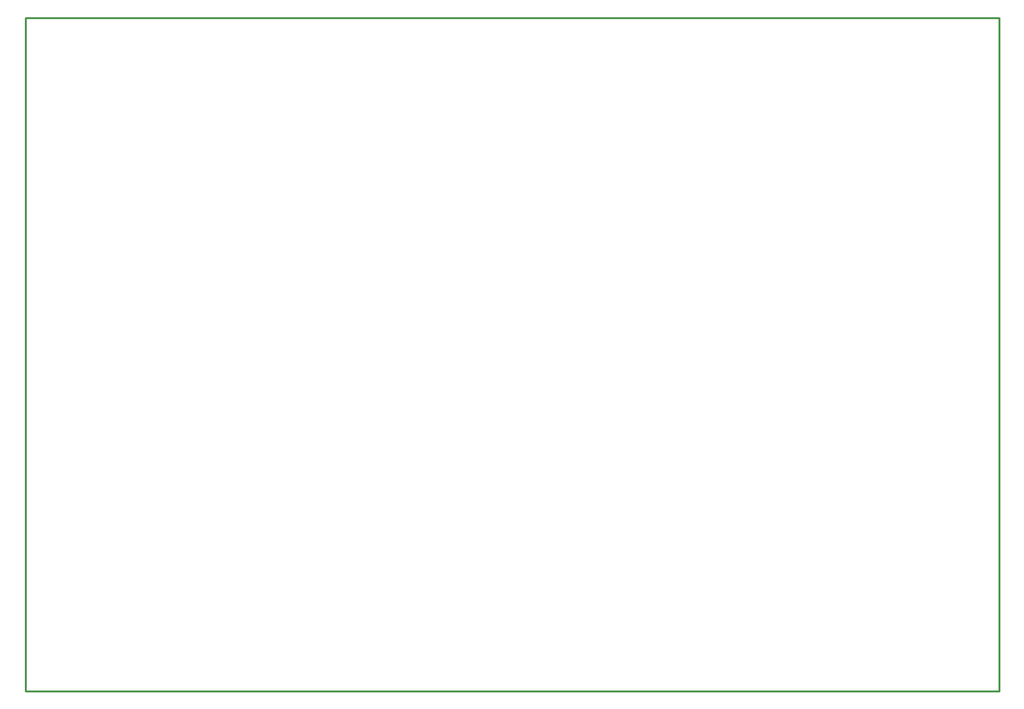
<source format=gko>
G04*
G04 #@! TF.GenerationSoftware,Altium Limited,Altium Designer,20.0.10 (225)*
G04*
G04 Layer_Color=16711935*
%FSLAX25Y25*%
%MOIN*%
G70*
G01*
G75*
%ADD21C,0.01000*%
D21*
X99000Y505000D02*
X608000D01*
Y153000D02*
Y505000D01*
X99000Y153000D02*
Y505000D01*
Y153000D02*
X608000D01*
M02*

</source>
